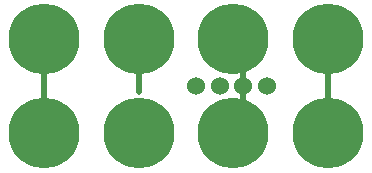
<source format=gbl>
%TF.GenerationSoftware,KiCad,Pcbnew,4.0.7-e2-6376~58~ubuntu16.04.1*%
%TF.CreationDate,2018-02-09T07:07:29-08:00*%
%TF.ProjectId,2x4-Grove-Sensor-Inline,3278342D47726F76652D53656E736F72,1.0*%
%TF.FileFunction,Copper,L2,Bot,Signal*%
%FSLAX46Y46*%
G04 Gerber Fmt 4.6, Leading zero omitted, Abs format (unit mm)*
G04 Created by KiCad (PCBNEW 4.0.7-e2-6376~58~ubuntu16.04.1) date Fri Feb  9 07:07:29 2018*
%MOMM*%
%LPD*%
G01*
G04 APERTURE LIST*
%ADD10C,0.350000*%
%ADD11C,1.524000*%
%ADD12C,6.000000*%
%ADD13C,0.508000*%
%ADD14C,0.350000*%
G04 APERTURE END LIST*
D10*
D11*
X49784000Y-70053200D03*
X51784000Y-70053200D03*
X53784000Y-70053200D03*
X55784000Y-70053200D03*
D12*
X60934600Y-74066400D03*
X52934600Y-74066400D03*
X44934600Y-74066400D03*
X36934600Y-74066400D03*
X36934600Y-66066400D03*
X44934600Y-66066400D03*
X52934600Y-66066400D03*
X60934600Y-66066400D03*
D13*
X60960000Y-67563160D02*
X60960000Y-71805800D01*
X53749400Y-66650600D02*
X53749400Y-70893240D01*
X44986400Y-66320400D02*
X44986400Y-70563040D01*
X36934600Y-66066400D02*
X36934600Y-70309040D01*
X36934600Y-70309040D02*
X36934600Y-74066400D01*
X53784000Y-70053200D02*
X53784000Y-73217000D01*
X53784000Y-73217000D02*
X52934600Y-74066400D01*
D14*
X49784000Y-70053200D03*
X51784000Y-70053200D03*
X53784000Y-70053200D03*
X55784000Y-70053200D03*
X60934600Y-74066400D03*
X52934600Y-74066400D03*
X44934600Y-74066400D03*
X36934600Y-74066400D03*
X36934600Y-66066400D03*
X44934600Y-66066400D03*
X52934600Y-66066400D03*
X60934600Y-66066400D03*
M02*

</source>
